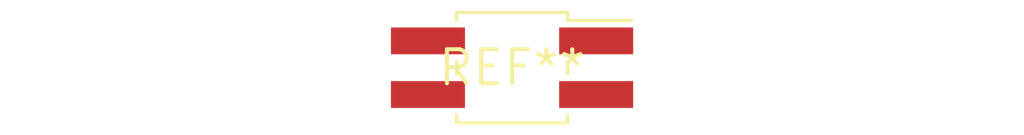
<source format=kicad_pcb>
(kicad_pcb (version 20240108) (generator pcbnew)
  (layers (0 "F.Cu" signal) (31 "B.Cu" signal) (34 "B.Paste" user) (35 "F.Paste" user) (36 "B.SilkS" user "B.Silkscreen") (37 "F.SilkS" user "F.Silkscreen") (38 "B.Mask" user) (39 "F.Mask" user) (44 "Edge.Cuts" user))
  (net 0 "")
  (footprint "PinSocket_2x02_P2.00mm_Vertical_SMD" (layer "F.Cu") (at 0 0)
    (property "Reference" "REF**")
    (property "Value" "PinSocket_2x02_P2.00mm_Vertical_SMD")
    (fp_line (start -2.06 -2.06) (end -2.06 -1.76) (layer "F.SilkS") (stroke (width 0.12)))
    (fp_line (start -2.06 -2.06) (end 2.06 -2.06) (layer "F.SilkS") (stroke (width 0.12)))
    (fp_line (start -2.06 -0.24) (end -2.06 0.24) (layer "F.SilkS") (stroke (width 0.12)))
    (fp_line (start -2.06 1.76) (end -2.06 2.06) (layer "F.SilkS") (stroke (width 0.12)))
    (fp_line (start -2.06 2.06) (end 2.06 2.06) (layer "F.SilkS") (stroke (width 0.12)))
    (fp_line (start 2.06 -2.06) (end 2.06 -1.76) (layer "F.SilkS") (stroke (width 0.12)))
    (fp_line (start 2.06 -1.76) (end 4.44 -1.76) (layer "F.SilkS") (stroke (width 0.12)))
    (fp_line (start 2.06 -0.24) (end 2.06 0.24) (layer "F.SilkS") (stroke (width 0.12)))
    (fp_line (start 2.06 1.76) (end 2.06 2.06) (layer "F.SilkS") (stroke (width 0.12)))
    (pad "1" smd rect (at 3.125 -1) (size 2.75 1) (layers "F.Cu" "F.Paste" "F.Mask"))
    (pad "2" smd rect (at -3.125 -1) (size 2.75 1) (layers "F.Cu" "F.Paste" "F.Mask"))
    (pad "3" smd rect (at 3.125 1) (size 2.75 1) (layers "F.Cu" "F.Paste" "F.Mask"))
    (pad "4" smd rect (at -3.125 1) (size 2.75 1) (layers "F.Cu" "F.Paste" "F.Mask"))
  )
)
</source>
